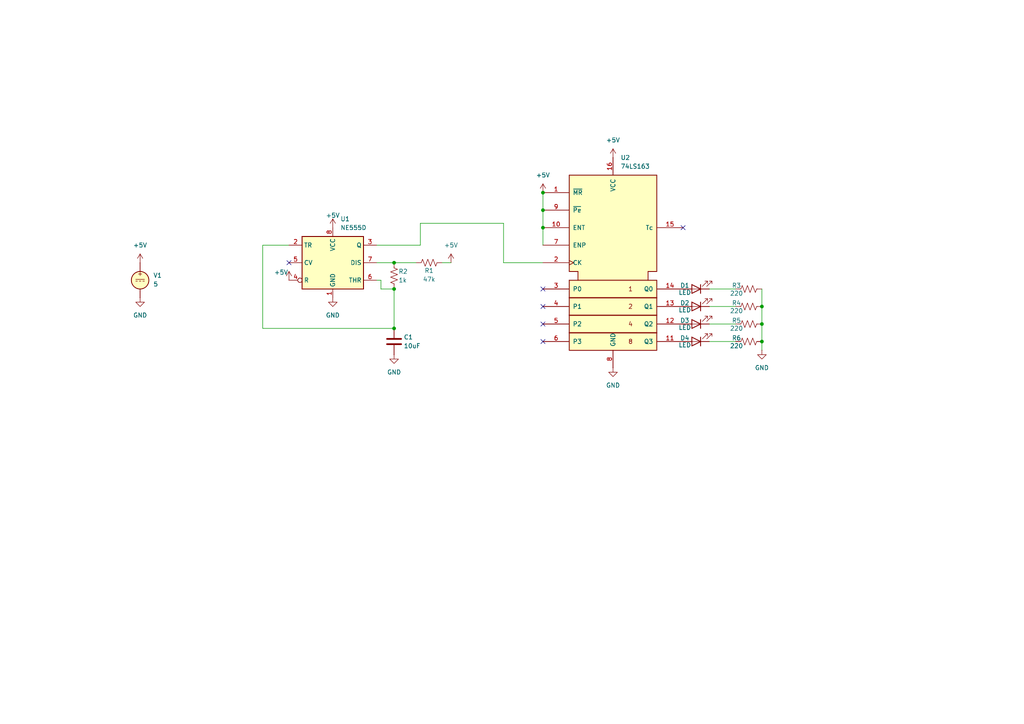
<source format=kicad_sch>
(kicad_sch (version 20231120) (generator "eeschema") (generator_version "8.0")
  (paper "A4")
  (lib_symbols
    (symbol "74xx_IEEE:74LS163" (pin_names (offset 1.016))
      (property "Reference" "U" (at 7.62 15.24 0))
      (property "Value" "74LS163" (at 7.62 -13.97 0))
      (symbol "74LS163_0_0"
        (rectangle (start -12.7 -17.78) (end 12.7 -22.86) (stroke (width 0.254)) (fill (type background)))
        (rectangle (start -12.7 -12.7) (end 12.7 -17.78) (stroke (width 0.254)) (fill (type background)))
        (rectangle (start -12.7 -7.62) (end 12.7 -12.7) (stroke (width 0.254)) (fill (type background)))
        (rectangle (start -12.7 -2.54) (end 12.7 -7.62) (stroke (width 0.254)) (fill (type background)))
        (polyline (pts (xy -10.16 -2.54) (xy -10.16 0) (xy -12.7 0) (xy -12.7 27.94) (xy 12.7 27.94) (xy 12.7 0) (xy 10.16 0) (xy 10.16 -2.54) (xy 10.16 -2.54)) (stroke (width 0.254)) (fill (type background)))
        (text "1" (at 5.08 -5.08 0) (effects (font (size 1.27 1.27))))
        (text "2" (at 5.08 -10.16 0) (effects (font (size 1.27 1.27))))
        (text "4" (at 5.08 -15.24 0) (effects (font (size 1.27 1.27))))
        (text "8" (at 5.08 -20.32 0) (effects (font (size 1.27 1.27))))
        (pin power_in line (at 0 33.02 270) (length 5.08) (name "VCC") (number "16"))
        (pin power_in line (at 0 -27.94 90) (length 5.08) (name "GND") (number "8"))
      )
      (symbol "74LS163_1_1"
        (pin input line (at -20.32 22.86 0) (length 7.62) (name "~{MR}") (number "1"))
        (pin input line (at -20.32 12.7 0) (length 7.62) (name "ENT") (number "10"))
        (pin output line (at 20.32 -20.32 180) (length 7.62) (name "Q3") (number "11"))
        (pin output line (at 20.32 -15.24 180) (length 7.62) (name "Q2") (number "12"))
        (pin output line (at 20.32 -10.16 180) (length 7.62) (name "Q1") (number "13"))
        (pin output line (at 20.32 -5.08 180) (length 7.62) (name "Q0") (number "14"))
        (pin output line (at 20.32 12.7 180) (length 7.62) (name "Tc") (number "15"))
        (pin input clock (at -20.32 2.54 0) (length 7.62) (name "CK") (number "2"))
        (pin input line (at -20.32 -5.08 0) (length 7.62) (name "P0") (number "3"))
        (pin input line (at -20.32 -10.16 0) (length 7.62) (name "P1") (number "4"))
        (pin input line (at -20.32 -15.24 0) (length 7.62) (name "P2") (number "5"))
        (pin input line (at -20.32 -20.32 0) (length 7.62) (name "P3") (number "6"))
        (pin input line (at -20.32 7.62 0) (length 7.62) (name "ENP") (number "7"))
        (pin input line (at -20.32 17.78 0) (length 7.62) (name "~{Pe}") (number "9"))
      )
    )
    (symbol "Device:C" (pin_numbers hide) (pin_names (offset 0.254))
      (property "Reference" "C" (at 0.635 2.54 0))
      (property "Value" "C" (at 0.635 -2.54 0))
      (symbol "C_0_1"
        (polyline (pts (xy -2.032 -0.762) (xy 2.032 -0.762)) (stroke (width 0.508)))
        (polyline (pts (xy -2.032 0.762) (xy 2.032 0.762)) (stroke (width 0.508)))
      )
      (symbol "C_1_1"
        (pin passive line (at 0 3.81 270) (length 2.794) (name "~") (number "1"))
        (pin passive line (at 0 -3.81 90) (length 2.794) (name "~") (number "2"))
      )
    )
    (symbol "Device:LED" (pin_numbers hide) (pin_names (offset 1.016) hide)
      (property "Reference" "D" (at 0 2.54 0))
      (property "Value" "LED" (at 0 -2.54 0))
      (symbol "LED_0_1"
        (polyline (pts (xy -1.27 -1.27) (xy -1.27 1.27)) (stroke (width 0.254)))
        (polyline (pts (xy -1.27 0) (xy 1.27 0)))
        (polyline (pts (xy 1.27 -1.27) (xy 1.27 1.27) (xy -1.27 0) (xy 1.27 -1.27)) (stroke (width 0.254)))
        (polyline (pts (xy -3.048 -0.762) (xy -4.572 -2.286) (xy -3.81 -2.286) (xy -4.572 -2.286) (xy -4.572 -1.524)))
        (polyline (pts (xy -1.778 -0.762) (xy -3.302 -2.286) (xy -2.54 -2.286) (xy -3.302 -2.286) (xy -3.302 -1.524)))
      )
      (symbol "LED_1_1"
        (pin passive line (at -3.81 0 0) (length 2.54) (name "K") (number "1"))
        (pin passive line (at 3.81 0 180) (length 2.54) (name "A") (number "2"))
      )
    )
    (symbol "Device:R_US" (pin_numbers hide) (pin_names (offset 0))
      (property "Reference" "R" (at 2.54 0 90))
      (property "Value" "R_US" (at -2.54 0 90))
      (symbol "R_US_0_1"
        (polyline (pts (xy 0 -2.286) (xy 0 -2.54)))
        (polyline (pts (xy 0 2.286) (xy 0 2.54)))
        (polyline (pts (xy 0 -0.762) (xy 1.016 -1.143) (xy 0 -1.524) (xy -1.016 -1.905) (xy 0 -2.286)))
        (polyline (pts (xy 0 0.762) (xy 1.016 0.381) (xy 0 0) (xy -1.016 -0.381) (xy 0 -0.762)))
        (polyline (pts (xy 0 2.286) (xy 1.016 1.905) (xy 0 1.524) (xy -1.016 1.143) (xy 0 0.762)))
      )
      (symbol "R_US_1_1"
        (pin passive line (at 0 3.81 270) (length 1.27) (name "~") (number "1"))
        (pin passive line (at 0 -3.81 90) (length 1.27) (name "~") (number "2"))
      )
    )
    (symbol "Simulation_SPICE:VDC" (pin_numbers hide) (pin_names (offset 0.0254))
      (property "Reference" "V" (at 2.54 2.54 0))
      (property "Value" "1" (at 2.54 0 0))
      (symbol "VDC_0_0"
        (polyline (pts (xy -1.27 0.254) (xy 1.27 0.254)))
        (polyline (pts (xy -0.762 -0.254) (xy -1.27 -0.254)))
        (polyline (pts (xy 0.254 -0.254) (xy -0.254 -0.254)))
        (polyline (pts (xy 1.27 -0.254) (xy 0.762 -0.254)))
        (text "+" (at 0 1.905 0) (effects (font (size 1.27 1.27))))
      )
      (symbol "VDC_0_1"
        (circle (center 0 0) (radius 2.54) (stroke (width 0.254)) (fill (type background)))
      )
      (symbol "VDC_1_1"
        (pin passive line (at 0 5.08 270) (length 2.54) (name "~") (number "1"))
        (pin passive line (at 0 -5.08 90) (length 2.54) (name "~") (number "2"))
      )
    )
    (symbol "Timer:NE555D"
      (property "Reference" "U" (at -10.16 8.89 0))
      (property "Value" "NE555D" (at 2.54 8.89 0))
      (symbol "NE555D_0_0"
        (pin power_in line (at 0 -10.16 90) (length 2.54) (name "GND") (number "1"))
        (pin power_in line (at 0 10.16 270) (length 2.54) (name "VCC") (number "8"))
      )
      (symbol "NE555D_0_1"
        (rectangle (start -8.89 -7.62) (end 8.89 7.62) (stroke (width 0.254)) (fill (type background)))
        (rectangle (start -8.89 -7.62) (end 8.89 7.62) (stroke (width 0.254)) (fill (type background)))
      )
      (symbol "NE555D_1_1"
        (pin input line (at -12.7 5.08 0) (length 3.81) (name "TR") (number "2"))
        (pin output line (at 12.7 5.08 180) (length 3.81) (name "Q") (number "3"))
        (pin input inverted (at -12.7 -5.08 0) (length 3.81) (name "R") (number "4"))
        (pin input line (at -12.7 0 0) (length 3.81) (name "CV") (number "5"))
        (pin input line (at 12.7 -5.08 180) (length 3.81) (name "THR") (number "6"))
        (pin input line (at 12.7 0 180) (length 3.81) (name "DIS") (number "7"))
      )
    )
    (symbol "power:+5V" (power) (pin_numbers hide) (pin_names (offset 0) hide)
      (property "Value" "+5V" (at 0 3.556 0))
      (symbol "+5V_0_1"
        (polyline (pts (xy -0.762 1.27) (xy 0 2.54)))
        (polyline (pts (xy 0 0) (xy 0 2.54)))
        (polyline (pts (xy 0 2.54) (xy 0.762 1.27)))
      )
      (symbol "+5V_1_1"
        (pin power_in line (at 0 0 90) (length 0) (name "~") (number "1"))
      )
    )
    (symbol "power:GND" (power) (pin_numbers hide) (pin_names (offset 0) hide)
      (property "Value" "GND" (at 0 -3.81 0))
      (symbol "GND_0_1"
        (polyline (pts (xy 0 0) (xy 0 -1.27) (xy 1.27 -1.27) (xy 0 -2.54) (xy -1.27 -1.27) (xy 0 -1.27)))
      )
      (symbol "GND_1_1"
        (pin power_in line (at 0 0 270) (length 0) (name "~") (number "1"))
      )
    )
  )
  (junction (at 114.3 83.82))
  (junction (at 157.48 60.96))
  (junction (at 220.98 99.06))
  (junction (at 220.98 88.9))
  (junction (at 114.3 95.25))
  (junction (at 157.48 66.04))
  (junction (at 157.48 55.88))
  (junction (at 220.98 93.98))
  (junction (at 114.3 76.2))
  (no_connect (at 198.12 66.04))
  (no_connect (at 157.48 83.82))
  (no_connect (at 157.48 88.9))
  (no_connect (at 157.48 93.98))
  (no_connect (at 157.48 99.06))
  (no_connect (at 83.82 76.2))
  (wire (pts (xy 76.2 95.25) (xy 76.2 71.12)))
  (wire (pts (xy 114.3 76.2) (xy 120.65 76.2)))
  (wire (pts (xy 109.22 81.28) (xy 110.49 81.28)))
  (wire (pts (xy 146.05 76.2) (xy 157.48 76.2)))
  (wire (pts (xy 220.98 83.82) (xy 220.98 88.9)))
  (wire (pts (xy 157.48 66.04) (xy 157.48 71.12)))
  (wire (pts (xy 205.74 93.98) (xy 213.36 93.98)))
  (wire (pts (xy 220.98 88.9) (xy 220.98 93.98)))
  (wire (pts (xy 220.98 93.98) (xy 220.98 99.06)))
  (wire (pts (xy 121.92 71.12) (xy 121.92 64.77)))
  (wire (pts (xy 110.49 81.28) (xy 110.49 83.82)))
  (wire (pts (xy 157.48 55.88) (xy 157.48 60.96)))
  (wire (pts (xy 157.48 60.96) (xy 157.48 66.04)))
  (wire (pts (xy 213.36 83.82) (xy 205.74 83.82)))
  (wire (pts (xy 114.3 83.82) (xy 114.3 95.25)))
  (wire (pts (xy 146.05 64.77) (xy 146.05 76.2)))
  (wire (pts (xy 205.74 88.9) (xy 213.36 88.9)))
  (wire (pts (xy 114.3 95.25) (xy 76.2 95.25)))
  (wire (pts (xy 121.92 64.77) (xy 146.05 64.77)))
  (wire (pts (xy 109.22 76.2) (xy 114.3 76.2)))
  (wire (pts (xy 76.2 71.12) (xy 83.82 71.12)))
  (wire (pts (xy 130.81 76.2) (xy 128.27 76.2)))
  (wire (pts (xy 205.74 99.06) (xy 213.36 99.06)))
  (wire (pts (xy 110.49 83.82) (xy 114.3 83.82)))
  (wire (pts (xy 109.22 71.12) (xy 121.92 71.12)))
  (wire (pts (xy 220.98 101.6) (xy 220.98 99.06)))
  (symbol (lib_id "power:+5V") (at 40.64 76.2 0) (unit 1)
    (property "Reference" "#PWR010" (effects (hide yes)))
    (property "Value" "+5V" (at 40.64 71.12 0))
    (property "Description" "Power symbol creates a global label with name \"+5V\"" (effects (hide yes)))
  )
  (symbol (lib_id "power:GND") (at 220.98 101.6 0) (unit 1)
    (property "Reference" "#PWR09" (effects (hide yes)))
    (property "Value" "GND" (at 220.98 106.68 0))
    (property "Description" "Power symbol creates a global label with name \"GND\" , ground" (effects (hide yes)))
  )
  (symbol (lib_id "power:GND") (at 114.3 102.87 0) (unit 1)
    (property "Reference" "#PWR05" (effects (hide yes)))
    (property "Value" "GND" (at 114.3 107.95 0))
    (property "Description" "Power symbol creates a global label with name \"GND\" , ground" (effects (hide yes)))
  )
  (symbol (lib_id "Device:LED") (at 201.93 88.9 180) (unit 1)
    (property "Reference" "D2" (at 198.628 87.884 0))
    (property "Value" "LED" (at 198.628 89.916 0))
    (property "Description" "Light emitting diode" (effects (hide yes)))
  )
  (symbol (lib_id "Device:LED") (at 201.93 93.98 180) (unit 1)
    (property "Reference" "D3" (at 198.628 92.964 0))
    (property "Value" "LED" (at 198.628 94.996 0))
    (property "Description" "Light emitting diode" (effects (hide yes)))
  )
  (symbol (lib_id "Device:C") (at 114.3 99.06 0) (unit 1)
    (property "Reference" "C1" (at 117.094 97.79 0) (effects (justify left)))
    (property "Value" "10uF" (at 117.094 100.33 0) (effects (justify left)))
    (property "Description" "Unpolarized capacitor" (effects (hide yes)))
  )
  (symbol (lib_id "power:GND") (at 96.52 86.36 0) (unit 1)
    (property "Reference" "#PWR02" (effects (hide yes)))
    (property "Value" "GND" (at 96.52 91.44 0))
    (property "Description" "Power symbol creates a global label with name \"GND\" , ground" (effects (hide yes)))
  )
  (symbol (lib_id "power:+5V") (at 130.81 76.2 0) (unit 1)
    (property "Reference" "#PWR04" (effects (hide yes)))
    (property "Value" "+5V" (at 130.81 71.12 0))
    (property "Description" "Power symbol creates a global label with name \"+5V\"" (effects (hide yes)))
  )
  (symbol (lib_id "Device:R_US") (at 217.17 88.9 90) (unit 1)
    (property "Reference" "R4" (at 213.614 87.884 90))
    (property "Value" "220" (at 213.614 90.17 90))
    (property "Description" "Resistor, US symbol" (effects (hide yes)))
  )
  (symbol (lib_id "Device:R_US") (at 217.17 99.06 90) (unit 1)
    (property "Reference" "R6" (at 213.614 98.044 90))
    (property "Value" "220" (at 213.614 100.33 90))
    (property "Description" "Resistor, US symbol" (effects (hide yes)))
  )
  (symbol (lib_id "Timer:NE555D") (at 96.52 76.2 0) (unit 1)
    (property "Reference" "U1" (at 98.7141 63.5 0) (effects (justify left)))
    (property "Value" "NE555D" (at 98.7141 66.04 0) (effects (justify left)))
    (property "Footprint" "Package_SO:SOIC-8_3.9x4.9mm_P1.27mm" (effects (hide yes)))
    (property "Datasheet" "http://www.ti.com/lit/ds/symlink/ne555.pdf" (effects (hide yes)))
    (property "Description" "Precision Timers, 555 compatible, SOIC-8" (effects (hide yes)))
  )
  (symbol (lib_id "Device:LED") (at 201.93 99.06 180) (unit 1)
    (property "Reference" "D4" (at 198.628 98.044 0))
    (property "Value" "LED" (at 198.628 100.076 0))
    (property "Description" "Light emitting diode" (effects (hide yes)))
  )
  (symbol (lib_id "Device:R_US") (at 217.17 93.98 90) (unit 1)
    (property "Reference" "R5" (at 213.614 92.964 90))
    (property "Value" "220" (at 213.614 95.25 90))
    (property "Description" "Resistor, US symbol" (effects (hide yes)))
  )
  (symbol (lib_id "Device:LED") (at 201.93 83.82 180) (unit 1)
    (property "Reference" "D1" (at 198.628 82.804 0))
    (property "Value" "LED" (at 198.628 84.836 0))
    (property "Description" "Light emitting diode" (effects (hide yes)))
  )
  (symbol (lib_id "74xx_IEEE:74LS163") (at 177.8 78.74 0) (unit 1)
    (property "Reference" "U2" (at 179.9941 45.72 0) (effects (justify left)))
    (property "Value" "74LS163" (at 179.9941 48.26 0) (effects (justify left)))
  )
  (symbol (lib_id "Device:R_US") (at 114.3 80.01 0) (unit 1)
    (property "Reference" "R2" (at 115.57 78.74 0) (effects (justify left)))
    (property "Value" "1k" (at 115.57 81.28 0) (effects (justify left)))
    (property "Description" "Resistor, US symbol" (effects (hide yes)))
  )
  (symbol (lib_id "Device:R_US") (at 124.46 76.2 90) (unit 1)
    (property "Reference" "R1" (at 124.46 78.486 90))
    (property "Value" "47k" (at 124.46 81.026 90))
    (property "Description" "Resistor, US symbol" (effects (hide yes)))
  )
  (symbol (lib_id "Simulation_SPICE:VDC") (at 40.64 81.28 0) (unit 1)
    (property "Reference" "V1" (at 44.45 79.8801 0) (effects (justify left)))
    (property "Value" "5" (at 44.45 82.4201 0) (effects (justify left)))
    (property "Datasheet" "https://ngspice.sourceforge.io/docs/ngspice-html-manual/manual.xhtml#sec_Independent_Sources_for" (effects (hide yes)))
    (property "Description" "Voltage source, DC" (effects (hide yes)))
    (property "Sim.Pins" "1=+ 2=-" (effects (hide yes)))
    (property "Sim.Type" "DC" (effects (hide yes)))
    (property "Sim.Device" "V" (effects (hide yes)))
  )
  (symbol (lib_id "power:+5V") (at 157.48 55.88 0) (unit 1)
    (property "Reference" "#PWR08" (effects (hide yes)))
    (property "Value" "+5V" (at 157.48 50.8 0))
    (property "Description" "Power symbol creates a global label with name \"+5V\"" (effects (hide yes)))
  )
  (symbol (lib_id "Device:R_US") (at 217.17 83.82 90) (unit 1)
    (property "Reference" "R3" (at 213.614 82.804 90))
    (property "Value" "220" (at 213.614 85.09 90))
    (property "Description" "Resistor, US symbol" (effects (hide yes)))
  )
  (symbol (lib_id "power:GND") (at 177.8 106.68 0) (unit 1)
    (property "Reference" "#PWR07" (effects (hide yes)))
    (property "Value" "GND" (at 177.8 111.76 0))
    (property "Description" "Power symbol creates a global label with name \"GND\" , ground" (effects (hide yes)))
  )
  (symbol (lib_id "power:GND") (at 40.64 86.36 0) (unit 1)
    (property "Reference" "#PWR011" (effects (hide yes)))
    (property "Value" "GND" (at 40.64 91.44 0))
    (property "Description" "Power symbol creates a global label with name \"GND\" , ground" (effects (hide yes)))
  )
  (symbol (lib_id "power:+5V") (at 83.82 81.28 0) (unit 1)
    (property "Reference" "#PWR03" (effects (hide yes)))
    (property "Value" "+5V" (at 81.534 78.994 0))
    (property "Description" "Power symbol creates a global label with name \"+5V\"" (effects (hide yes)))
  )
  (symbol (lib_id "power:+5V") (at 96.52 66.04 0) (unit 1)
    (property "Reference" "#PWR01" (effects (hide yes)))
    (property "Value" "+5V" (at 96.52 62.484 0))
    (property "Description" "Power symbol creates a global label with name \"+5V\"" (effects (hide yes)))
  )
  (symbol (lib_id "power:+5V") (at 177.8 45.72 0) (unit 1)
    (property "Reference" "#PWR06" (effects (hide yes)))
    (property "Value" "+5V" (at 177.8 40.64 0))
    (property "Description" "Power symbol creates a global label with name \"+5V\"" (effects (hide yes)))
  )
)
</source>
